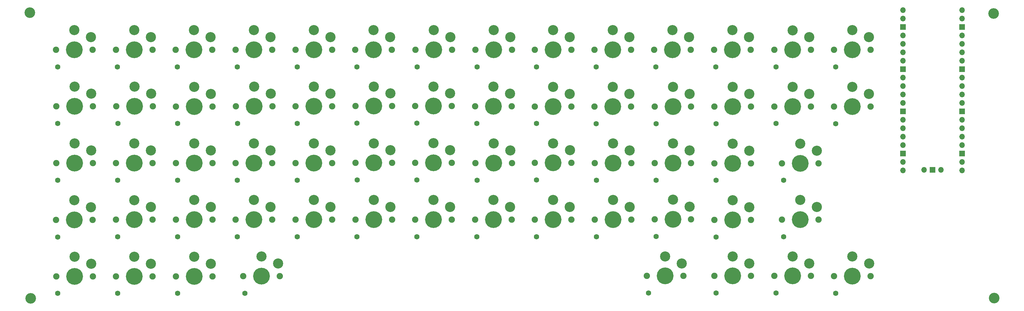
<source format=gbr>
%TF.GenerationSoftware,KiCad,Pcbnew,9.0.6*%
%TF.CreationDate,2025-12-29T17:27:32-05:00*%
%TF.ProjectId,keyboardepi pico,6b657962-6f61-4726-9465-706920706963,rev?*%
%TF.SameCoordinates,Original*%
%TF.FileFunction,Soldermask,Top*%
%TF.FilePolarity,Negative*%
%FSLAX46Y46*%
G04 Gerber Fmt 4.6, Leading zero omitted, Abs format (unit mm)*
G04 Created by KiCad (PCBNEW 9.0.6) date 2025-12-29 17:27:32*
%MOMM*%
%LPD*%
G01*
G04 APERTURE LIST*
%ADD10C,1.900000*%
%ADD11C,1.600000*%
%ADD12C,3.050000*%
%ADD13C,5.050000*%
%ADD14C,3.200000*%
%ADD15O,1.700000X1.700000*%
%ADD16R,1.700000X1.700000*%
G04 APERTURE END LIST*
D10*
%TO.C,S41*%
X177000000Y-60000000D03*
D11*
X177500000Y-65150000D03*
D12*
X182500000Y-54100000D03*
D13*
X182500000Y-60000000D03*
D12*
X187500000Y-56200000D03*
D10*
X188000000Y-60000000D03*
%TD*%
%TO.C,S24*%
X141000000Y-42900000D03*
D11*
X141500000Y-48050000D03*
D12*
X146500000Y-37000000D03*
D13*
X146500000Y-42900000D03*
D12*
X151500000Y-39100000D03*
D10*
X152000000Y-42900000D03*
%TD*%
%TO.C,S4*%
X68949000Y-25890000D03*
D11*
X69449000Y-31040000D03*
D12*
X74449000Y-19990000D03*
D13*
X74449000Y-25890000D03*
D12*
X79449000Y-22090000D03*
D10*
X79949000Y-25890000D03*
%TD*%
%TO.C,S15*%
X249000000Y-25900000D03*
D11*
X249500000Y-31050000D03*
D12*
X254500000Y-20000000D03*
D13*
X254500000Y-25900000D03*
D12*
X259500000Y-22100000D03*
D10*
X260000000Y-25900000D03*
%TD*%
%TO.C,S10*%
X176910000Y-25900000D03*
D11*
X177410000Y-31050000D03*
D12*
X182410000Y-20000000D03*
D13*
X182410000Y-25900000D03*
D12*
X187410000Y-22100000D03*
D10*
X187910000Y-25900000D03*
%TD*%
%TO.C,S52*%
X105000000Y-77000000D03*
D11*
X105500000Y-82150000D03*
D12*
X110500000Y-71100000D03*
D13*
X110500000Y-77000000D03*
D12*
X115500000Y-73200000D03*
D10*
X116000000Y-77000000D03*
%TD*%
%TO.C,S31*%
X15000000Y-60000000D03*
D11*
X15500000Y-65150000D03*
D12*
X20500000Y-54100000D03*
D13*
X20500000Y-60000000D03*
D12*
X25500000Y-56200000D03*
D10*
X26000000Y-60000000D03*
%TD*%
%TO.C,S5*%
X86979000Y-25890000D03*
D11*
X87479000Y-31040000D03*
D12*
X92479000Y-19990000D03*
D13*
X92479000Y-25890000D03*
D12*
X97479000Y-22090000D03*
D10*
X97979000Y-25890000D03*
%TD*%
%TO.C,S58*%
X213000000Y-77100000D03*
D11*
X213500000Y-82250000D03*
D12*
X218500000Y-71200000D03*
D13*
X218500000Y-77100000D03*
D12*
X223500000Y-73300000D03*
D10*
X224000000Y-77100000D03*
%TD*%
%TO.C,S56*%
X176990000Y-77000000D03*
D11*
X177490000Y-82150000D03*
D12*
X182490000Y-71100000D03*
D13*
X182490000Y-77000000D03*
D12*
X187490000Y-73200000D03*
D10*
X187990000Y-77000000D03*
%TD*%
%TO.C,S19*%
X51000000Y-42950000D03*
D11*
X51500000Y-48100000D03*
D12*
X56500000Y-37050000D03*
D13*
X56500000Y-42950000D03*
D12*
X61500000Y-39150000D03*
D10*
X62000000Y-42950000D03*
%TD*%
%TO.C,S73*%
X213000000Y-94000000D03*
D11*
X213500000Y-99150000D03*
D12*
X218500000Y-88100000D03*
D13*
X218500000Y-94000000D03*
D12*
X223500000Y-90200000D03*
D10*
X224000000Y-94000000D03*
%TD*%
%TO.C,S22*%
X105000000Y-42850000D03*
D11*
X105500000Y-48000000D03*
D12*
X110500000Y-36950000D03*
D13*
X110500000Y-42850000D03*
D12*
X115500000Y-39050000D03*
D10*
X116000000Y-42850000D03*
%TD*%
%TO.C,S45*%
X233300000Y-60050000D03*
D11*
X233800000Y-65200000D03*
D12*
X238800000Y-54150000D03*
D13*
X238800000Y-60050000D03*
D12*
X243800000Y-56250000D03*
D10*
X244300000Y-60050000D03*
%TD*%
%TO.C,S75*%
X249010000Y-94050000D03*
D11*
X249510000Y-99200000D03*
D12*
X254510000Y-88150000D03*
D13*
X254510000Y-94050000D03*
D12*
X259510000Y-90250000D03*
D10*
X260010000Y-94050000D03*
%TD*%
%TO.C,S34*%
X51000000Y-60000000D03*
D11*
X51500000Y-65150000D03*
D12*
X56500000Y-54100000D03*
D13*
X56500000Y-60000000D03*
D12*
X61500000Y-56200000D03*
D10*
X62000000Y-60000000D03*
%TD*%
%TO.C,S42*%
X195000000Y-60000000D03*
D11*
X195500000Y-65150000D03*
D12*
X200500000Y-54100000D03*
D13*
X200500000Y-60000000D03*
D12*
X205500000Y-56200000D03*
D10*
X206000000Y-60000000D03*
%TD*%
%TO.C,S20*%
X69080000Y-42900000D03*
D11*
X69580000Y-48050000D03*
D12*
X74580000Y-37000000D03*
D13*
X74580000Y-42900000D03*
D12*
X79580000Y-39100000D03*
D10*
X80080000Y-42900000D03*
%TD*%
D14*
%TO.C,REF\u002A\u002A*%
X7035800Y-14706600D03*
%TD*%
D10*
%TO.C,S11*%
X194900000Y-25900000D03*
D11*
X195400000Y-31050000D03*
D12*
X200400000Y-20000000D03*
D13*
X200400000Y-25900000D03*
D12*
X205400000Y-22100000D03*
D10*
X205900000Y-25900000D03*
%TD*%
%TO.C,S62*%
X33000000Y-94100000D03*
D11*
X33500000Y-99250000D03*
D12*
X38500000Y-88200000D03*
D13*
X38500000Y-94100000D03*
D12*
X43500000Y-90300000D03*
D10*
X44000000Y-94100000D03*
%TD*%
%TO.C,S53*%
X123000000Y-77000000D03*
D11*
X123500000Y-82150000D03*
D12*
X128500000Y-71100000D03*
D13*
X128500000Y-77000000D03*
D12*
X133500000Y-73200000D03*
D10*
X134000000Y-77000000D03*
%TD*%
D14*
%TO.C,REF\u002A\u002A*%
X296976800Y-14986000D03*
%TD*%
D10*
%TO.C,S46*%
X14980000Y-77100000D03*
D11*
X15480000Y-82250000D03*
D12*
X20480000Y-71200000D03*
D13*
X20480000Y-77100000D03*
D12*
X25480000Y-73300000D03*
D10*
X25980000Y-77100000D03*
%TD*%
D14*
%TO.C,REF\u002A\u002A*%
X7366000Y-100711000D03*
%TD*%
D10*
%TO.C,S50*%
X69000000Y-77000000D03*
D11*
X69500000Y-82150000D03*
D12*
X74500000Y-71100000D03*
D13*
X74500000Y-77000000D03*
D12*
X79500000Y-73200000D03*
D10*
X80000000Y-77000000D03*
%TD*%
%TO.C,S49*%
X51000000Y-77000000D03*
D11*
X51500000Y-82150000D03*
D12*
X56500000Y-71100000D03*
D13*
X56500000Y-77000000D03*
D12*
X61500000Y-73200000D03*
D10*
X62000000Y-77000000D03*
%TD*%
%TO.C,S38*%
X123000000Y-59900000D03*
D11*
X123500000Y-65050000D03*
D12*
X128500000Y-54000000D03*
D13*
X128500000Y-59900000D03*
D12*
X133500000Y-56100000D03*
D10*
X134000000Y-59900000D03*
%TD*%
%TO.C,S43*%
X212990000Y-60050000D03*
D11*
X213490000Y-65200000D03*
D12*
X218490000Y-54150000D03*
D13*
X218490000Y-60050000D03*
D12*
X223490000Y-56250000D03*
D10*
X223990000Y-60050000D03*
%TD*%
%TO.C,S6*%
X104979000Y-25890000D03*
D11*
X105479000Y-31040000D03*
D12*
X110479000Y-19990000D03*
D13*
X110479000Y-25890000D03*
D12*
X115479000Y-22090000D03*
D10*
X115979000Y-25890000D03*
%TD*%
%TO.C,S13*%
X231000000Y-25910000D03*
D11*
X231500000Y-31060000D03*
D12*
X236500000Y-20010000D03*
D13*
X236500000Y-25910000D03*
D12*
X241500000Y-22110000D03*
D10*
X242000000Y-25910000D03*
%TD*%
%TO.C,S57*%
X195000000Y-76950000D03*
D11*
X195500000Y-82100000D03*
D12*
X200500000Y-71050000D03*
D13*
X200500000Y-76950000D03*
D12*
X205500000Y-73150000D03*
D10*
X206000000Y-76950000D03*
%TD*%
%TO.C,S61*%
X15000000Y-94100000D03*
D11*
X15500000Y-99250000D03*
D12*
X20500000Y-88200000D03*
D13*
X20500000Y-94100000D03*
D12*
X25500000Y-90300000D03*
D10*
X26000000Y-94100000D03*
%TD*%
%TO.C,S26*%
X176900000Y-43000000D03*
D11*
X177400000Y-48150000D03*
D12*
X182400000Y-37100000D03*
D13*
X182400000Y-43000000D03*
D12*
X187400000Y-39200000D03*
D10*
X187900000Y-43000000D03*
%TD*%
%TO.C,S23*%
X123000000Y-42850000D03*
D11*
X123500000Y-48000000D03*
D12*
X128500000Y-36950000D03*
D13*
X128500000Y-42850000D03*
D12*
X133500000Y-39050000D03*
D10*
X134000000Y-42850000D03*
%TD*%
%TO.C,S40*%
X159010000Y-59950000D03*
D11*
X159510000Y-65100000D03*
D12*
X164510000Y-54050000D03*
D13*
X164510000Y-59950000D03*
D12*
X169510000Y-56150000D03*
D10*
X170010000Y-59950000D03*
%TD*%
%TO.C,S51*%
X87000000Y-77000000D03*
D11*
X87500000Y-82150000D03*
D12*
X92500000Y-71100000D03*
D13*
X92500000Y-77000000D03*
D12*
X97500000Y-73200000D03*
D10*
X98000000Y-77000000D03*
%TD*%
%TO.C,S60*%
X233300000Y-77000000D03*
D11*
X233800000Y-82150000D03*
D12*
X238800000Y-71100000D03*
D13*
X238800000Y-77000000D03*
D12*
X243800000Y-73200000D03*
D10*
X244300000Y-77000000D03*
%TD*%
%TO.C,S63*%
X51000000Y-94100000D03*
D11*
X51500000Y-99250000D03*
D12*
X56500000Y-88200000D03*
D13*
X56500000Y-94100000D03*
D12*
X61500000Y-90300000D03*
D10*
X62000000Y-94100000D03*
%TD*%
%TO.C,S18*%
X33080000Y-42900000D03*
D11*
X33580000Y-48050000D03*
D12*
X38580000Y-37000000D03*
D13*
X38580000Y-42900000D03*
D12*
X43580000Y-39100000D03*
D10*
X44080000Y-42900000D03*
%TD*%
%TO.C,S28*%
X213000000Y-43000000D03*
D11*
X213500000Y-48150000D03*
D12*
X218500000Y-37100000D03*
D13*
X218500000Y-43000000D03*
D12*
X223500000Y-39200000D03*
D10*
X224000000Y-43000000D03*
%TD*%
%TO.C,S37*%
X105050000Y-59950000D03*
D11*
X105550000Y-65100000D03*
D12*
X110550000Y-54050000D03*
D13*
X110550000Y-59950000D03*
D12*
X115550000Y-56150000D03*
D10*
X116050000Y-59950000D03*
%TD*%
%TO.C,S7*%
X123080000Y-25880000D03*
D11*
X123580000Y-31030000D03*
D12*
X128580000Y-19980000D03*
D13*
X128580000Y-25880000D03*
D12*
X133580000Y-22080000D03*
D10*
X134080000Y-25880000D03*
%TD*%
%TO.C,S33*%
X33010000Y-60000000D03*
D11*
X33510000Y-65150000D03*
D12*
X38510000Y-54100000D03*
D13*
X38510000Y-60000000D03*
D12*
X43510000Y-56200000D03*
D10*
X44010000Y-60000000D03*
%TD*%
%TO.C,S39*%
X141100000Y-60000000D03*
D11*
X141600000Y-65150000D03*
D12*
X146600000Y-54100000D03*
D13*
X146600000Y-60000000D03*
D12*
X151600000Y-56200000D03*
D10*
X152100000Y-60000000D03*
%TD*%
%TO.C,S17*%
X192706250Y-94000000D03*
D11*
X193206250Y-99150000D03*
D12*
X198206250Y-88100000D03*
D13*
X198206250Y-94000000D03*
D12*
X203206250Y-90200000D03*
D10*
X203706250Y-94000000D03*
%TD*%
%TO.C,S1*%
X14949000Y-25890000D03*
D11*
X15449000Y-31040000D03*
D12*
X20449000Y-19990000D03*
D13*
X20449000Y-25890000D03*
D12*
X25449000Y-22090000D03*
D10*
X25949000Y-25890000D03*
%TD*%
%TO.C,S30*%
X249000000Y-43000000D03*
D11*
X249500000Y-48150000D03*
D12*
X254500000Y-37100000D03*
D13*
X254500000Y-43000000D03*
D12*
X259500000Y-39200000D03*
D10*
X260000000Y-43000000D03*
%TD*%
%TO.C,S54*%
X141000000Y-77000000D03*
D11*
X141500000Y-82150000D03*
D12*
X146500000Y-71100000D03*
D13*
X146500000Y-77000000D03*
D12*
X151500000Y-73200000D03*
D10*
X152000000Y-77000000D03*
%TD*%
%TO.C,S14*%
X231000000Y-42950000D03*
D11*
X231500000Y-48100000D03*
D12*
X236500000Y-37050000D03*
D13*
X236500000Y-42950000D03*
D12*
X241500000Y-39150000D03*
D10*
X242000000Y-42950000D03*
%TD*%
%TO.C,S29*%
X71243750Y-94050000D03*
D11*
X71743750Y-99200000D03*
D12*
X76743750Y-88150000D03*
D13*
X76743750Y-94050000D03*
D12*
X81743750Y-90250000D03*
D10*
X82243750Y-94050000D03*
%TD*%
%TO.C,S25*%
X159000000Y-42950000D03*
D11*
X159500000Y-48100000D03*
D12*
X164500000Y-37050000D03*
D13*
X164500000Y-42950000D03*
D12*
X169500000Y-39150000D03*
D10*
X170000000Y-42950000D03*
%TD*%
%TO.C,S8*%
X141079000Y-25890000D03*
D11*
X141579000Y-31040000D03*
D12*
X146579000Y-19990000D03*
D13*
X146579000Y-25890000D03*
D12*
X151579000Y-22090000D03*
D10*
X152079000Y-25890000D03*
%TD*%
%TO.C,S16*%
X15000000Y-42900000D03*
D11*
X15500000Y-48050000D03*
D12*
X20500000Y-37000000D03*
D13*
X20500000Y-42900000D03*
D12*
X25500000Y-39100000D03*
D10*
X26000000Y-42900000D03*
%TD*%
%TO.C,S48*%
X33010000Y-77050000D03*
D11*
X33510000Y-82200000D03*
D12*
X38510000Y-71150000D03*
D13*
X38510000Y-77050000D03*
D12*
X43510000Y-73250000D03*
D10*
X44010000Y-77050000D03*
%TD*%
%TO.C,S3*%
X50959000Y-25890000D03*
D11*
X51459000Y-31040000D03*
D12*
X56459000Y-19990000D03*
D13*
X56459000Y-25890000D03*
D12*
X61459000Y-22090000D03*
D10*
X61959000Y-25890000D03*
%TD*%
%TO.C,S12*%
X212900000Y-25900000D03*
D11*
X213400000Y-31050000D03*
D12*
X218400000Y-20000000D03*
D13*
X218400000Y-25900000D03*
D12*
X223400000Y-22100000D03*
D10*
X223900000Y-25900000D03*
%TD*%
%TO.C,S2*%
X32949000Y-25890000D03*
D11*
X33449000Y-31040000D03*
D12*
X38449000Y-19990000D03*
D13*
X38449000Y-25890000D03*
D12*
X43449000Y-22090000D03*
D10*
X43949000Y-25890000D03*
%TD*%
%TO.C,S21*%
X87000000Y-42900000D03*
D11*
X87500000Y-48050000D03*
D12*
X92500000Y-37000000D03*
D13*
X92500000Y-42900000D03*
D12*
X97500000Y-39100000D03*
D10*
X98000000Y-42900000D03*
%TD*%
%TO.C,S27*%
X195000000Y-43000000D03*
D11*
X195500000Y-48150000D03*
D12*
X200500000Y-37100000D03*
D13*
X200500000Y-43000000D03*
D12*
X205500000Y-39200000D03*
D10*
X206000000Y-43000000D03*
%TD*%
%TO.C,S35*%
X69000000Y-60000000D03*
D11*
X69500000Y-65150000D03*
D12*
X74500000Y-54100000D03*
D13*
X74500000Y-60000000D03*
D12*
X79500000Y-56200000D03*
D10*
X80000000Y-60000000D03*
%TD*%
%TO.C,S74*%
X231010000Y-94000000D03*
D11*
X231510000Y-99150000D03*
D12*
X236510000Y-88100000D03*
D13*
X236510000Y-94000000D03*
D12*
X241510000Y-90200000D03*
D10*
X242010000Y-94000000D03*
%TD*%
%TO.C,S36*%
X87000000Y-60000000D03*
D11*
X87500000Y-65150000D03*
D12*
X92500000Y-54100000D03*
D13*
X92500000Y-60000000D03*
D12*
X97500000Y-56200000D03*
D10*
X98000000Y-60000000D03*
%TD*%
%TO.C,S9*%
X158979000Y-25900000D03*
D11*
X159479000Y-31050000D03*
D12*
X164479000Y-20000000D03*
D13*
X164479000Y-25900000D03*
D12*
X169479000Y-22100000D03*
D10*
X169979000Y-25900000D03*
%TD*%
%TO.C,S55*%
X159000000Y-77000000D03*
D11*
X159500000Y-82150000D03*
D12*
X164500000Y-71100000D03*
D13*
X164500000Y-77000000D03*
D12*
X169500000Y-73200000D03*
D10*
X170000000Y-77000000D03*
%TD*%
D14*
%TO.C,REF\u002A\u002A*%
X297180000Y-100609400D03*
%TD*%
D15*
%TO.C,U1*%
X287496250Y-13970000D03*
X287496250Y-16510000D03*
D16*
X287496250Y-19050000D03*
D15*
X287496250Y-21590000D03*
X287496250Y-24130000D03*
X287496250Y-26670000D03*
X287496250Y-29210000D03*
D16*
X287496250Y-31750000D03*
D15*
X287496250Y-34290000D03*
X287496250Y-36830000D03*
X287496250Y-39370000D03*
X287496250Y-41910000D03*
D16*
X287496250Y-44450000D03*
D15*
X287496250Y-46990000D03*
X287496250Y-49530000D03*
X287496250Y-52070000D03*
X287496250Y-54610000D03*
D16*
X287496250Y-57150000D03*
D15*
X287496250Y-59690000D03*
X287496250Y-62230000D03*
X269716250Y-62230000D03*
X269716250Y-59690000D03*
D16*
X269716250Y-57150000D03*
D15*
X269716250Y-54610000D03*
X269716250Y-52070000D03*
X269716250Y-49530000D03*
X269716250Y-46990000D03*
D16*
X269716250Y-44450000D03*
D15*
X269716250Y-41910000D03*
X269716250Y-39370000D03*
X269716250Y-36830000D03*
X269716250Y-34290000D03*
D16*
X269716250Y-31750000D03*
D15*
X269716250Y-29210000D03*
X269716250Y-26670000D03*
X269716250Y-24130000D03*
X269716250Y-21590000D03*
D16*
X269716250Y-19050000D03*
D15*
X269716250Y-16510000D03*
X269716250Y-13970000D03*
X281146250Y-62000000D03*
D16*
X278606250Y-62000000D03*
D15*
X276066250Y-62000000D03*
%TD*%
M02*

</source>
